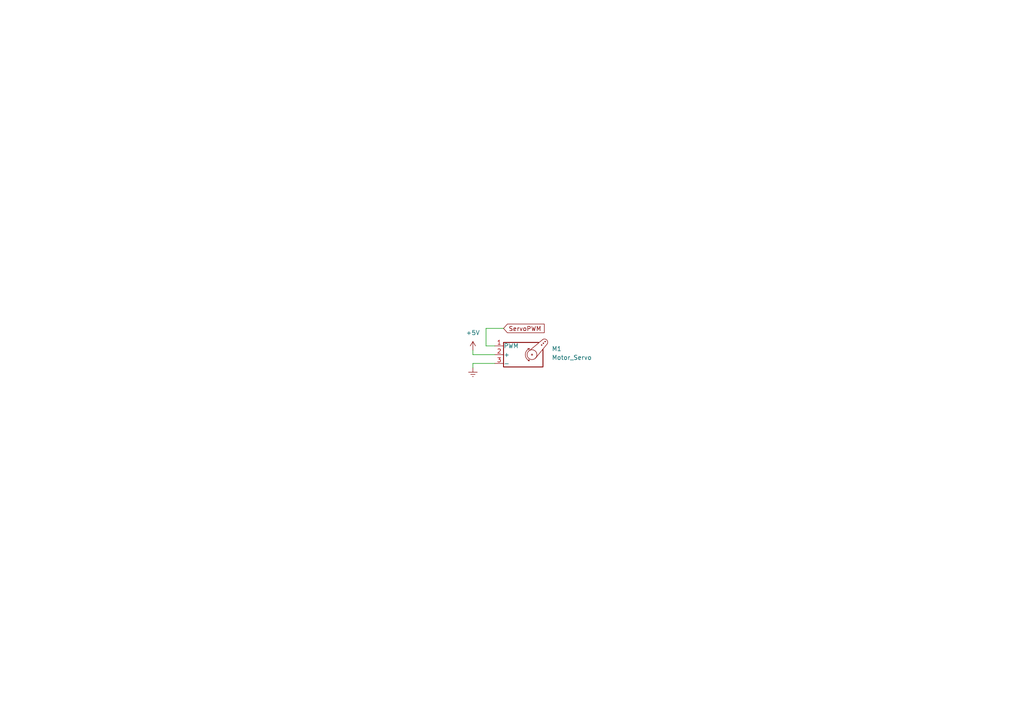
<source format=kicad_sch>
(kicad_sch (version 20211123) (generator eeschema)
  (paper "A4")
  (lib_symbols
    (symbol "Motor:Motor_Servo" (pin_names (offset 0.0254))
      (property "Reference" "M" (at -5.08 4.445 0))
      (property "Value" "Motor_Servo" (at -5.08 -4.064 0))
      (symbol "Motor_Servo_0_1"
        (polyline (pts (xy 2.413 -1.778) (xy 2.032 -1.778)))
        (polyline (pts (xy 2.413 -1.778) (xy 2.286 -1.397)))
        (polyline (pts (xy 2.413 1.778) (xy 1.905 1.778)))
        (polyline (pts (xy 2.413 1.778) (xy 2.286 1.397)))
        (polyline (pts (xy 6.35 4.445) (xy 2.54 1.27)))
        (polyline (pts (xy 7.62 3.175) (xy 4.191 -1.016)))
        (polyline (pts (xy 5.08 3.556) (xy -5.08 3.556) (xy -5.08 -3.556) (xy 6.35 -3.556) (xy 6.35 1.524)) (stroke (width 0.254)))
        (arc (start 2.413 1.778) (mid 1.2406 0) (end 2.413 -1.778))
        (circle (center 3.175 0) (radius 0.1778))
        (circle (center 3.175 0) (radius 1.4224))
        (circle (center 5.969 2.794) (radius 0.127))
        (circle (center 6.477 3.302) (radius 0.127))
        (circle (center 6.985 3.81) (radius 0.127))
        (arc (start 7.62 3.175) (mid 7.4485 4.2735) (end 6.35 4.445))
      )
      (symbol "Motor_Servo_1_1"
        (pin passive line (at -7.62 2.54 0) (length 2.54) (name "PWM") (number "1"))
        (pin passive line (at -7.62 0 0) (length 2.54) (name "+") (number "2"))
        (pin passive line (at -7.62 -2.54 0) (length 2.54) (name "-") (number "3"))
      )
    )
    (symbol "power:+5V" (power) (pin_names (offset 0))
      (property "Value" "+5V" (at 0 3.556 0))
      (symbol "+5V_0_1"
        (polyline (pts (xy -0.762 1.27) (xy 0 2.54)))
        (polyline (pts (xy 0 0) (xy 0 2.54)))
        (polyline (pts (xy 0 2.54) (xy 0.762 1.27)))
      )
      (symbol "+5V_1_1"
        (pin power_in line (at 0 0 90) (length 0) hide (name "+5V") (number "1"))
      )
    )
    (symbol "power:Earth" (power) (pin_names (offset 0))
      (symbol "Earth_0_1"
        (polyline (pts (xy -0.635 -1.905) (xy 0.635 -1.905)))
        (polyline (pts (xy -0.127 -2.54) (xy 0.127 -2.54)))
        (polyline (pts (xy 0 -1.27) (xy 0 0)))
        (polyline (pts (xy 1.27 -1.27) (xy -1.27 -1.27)))
      )
      (symbol "Earth_1_1"
        (pin power_in line (at 0 0 270) (length 0) hide (name "Earth") (number "1"))
      )
    )
  )
  (wire (pts (xy 137.16 102.87) (xy 137.16 101.6)))
  (wire (pts (xy 143.51 100.33) (xy 140.97 100.33)))
  (wire (pts (xy 140.97 100.33) (xy 140.97 95.25)))
  (wire (pts (xy 143.51 105.41) (xy 137.16 105.41)))
  (wire (pts (xy 143.51 102.87) (xy 137.16 102.87)))
  (wire (pts (xy 137.16 105.41) (xy 137.16 106.68)))
  (wire (pts (xy 140.97 95.25) (xy 146.05 95.25)))
  (global_label "ServoPWM" (shape input) (at 146.05 95.25 0) (property "Intersheet References" "${INTERSHEET_REFS}" (effects hide)))
  (symbol (lib_id "power:+5V") (at 137.16 101.6 0) (unit 1)
    (property "Reference" "#PWR021" (effects hide))
    (property "Value" "+5V" (at 137.16 96.52 0))
  )
  (symbol (lib_id "power:Earth") (at 137.16 106.68 0) (unit 1)
    (property "Reference" "#PWR022" (effects hide))
    (property "Value" "Earth" (effects hide))
  )
  (symbol (lib_id "Motor:Motor_Servo") (at 151.13 102.87 0) (unit 1)
    (property "Reference" "M1" (at 160.02 101.1665 0) (effects (justify left)))
    (property "Value" "Motor_Servo" (at 160.02 103.7065 0) (effects (justify left)))
    (property "Footprint" "SFRFootprints:Servo" (effects hide))
    (property "Datasheet" "http://forums.parallax.com/uploads/attachments/46831/74481.png" (effects hide))
  )
)
</source>
